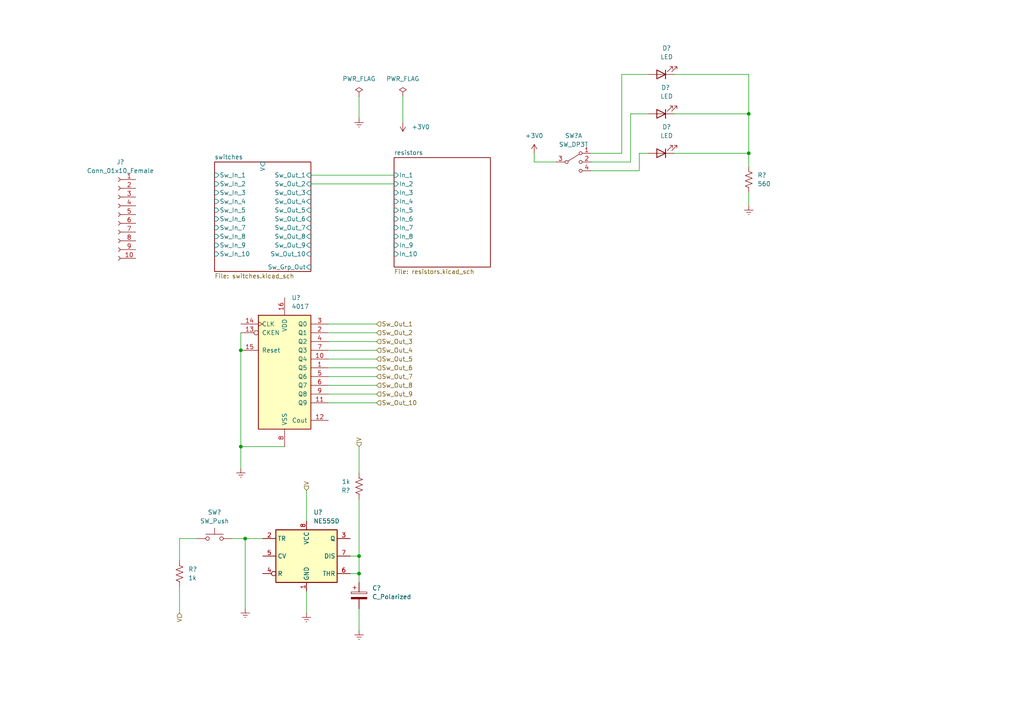
<source format=kicad_sch>
(kicad_sch (version 20211123) (generator eeschema)
  (paper "A4")
  (lib_symbols
    (symbol "4xxx:4017" (pin_names (offset 1.016))
      (property "Reference" "U" (at -7.62 16.51 0))
      (property "Value" "4017" (at -7.62 -19.05 0))
      (symbol "4017_1_0"
        (pin output line (at 12.7 0 180) (length 5.08) (name "Q5") (number "1"))
        (pin output line (at 12.7 2.54 180) (length 5.08) (name "Q4") (number "10"))
        (pin output line (at 12.7 -10.16 180) (length 5.08) (name "Q9") (number "11"))
        (pin output line (at 12.7 -15.24 180) (length 5.08) (name "Cout") (number "12"))
        (pin input inverted (at -12.7 10.16 0) (length 5.08) (name "CKEN") (number "13"))
        (pin input clock (at -12.7 12.7 0) (length 5.08) (name "CLK") (number "14"))
        (pin input line (at -12.7 5.08 0) (length 5.08) (name "Reset") (number "15"))
        (pin power_in line (at 0 20.32 270) (length 5.08) (name "VDD") (number "16"))
        (pin output line (at 12.7 10.16 180) (length 5.08) (name "Q1") (number "2"))
        (pin output line (at 12.7 12.7 180) (length 5.08) (name "Q0") (number "3"))
        (pin output line (at 12.7 7.62 180) (length 5.08) (name "Q2") (number "4"))
        (pin output line (at 12.7 -2.54 180) (length 5.08) (name "Q6") (number "5"))
        (pin output line (at 12.7 -5.08 180) (length 5.08) (name "Q7") (number "6"))
        (pin output line (at 12.7 5.08 180) (length 5.08) (name "Q3") (number "7"))
        (pin power_in line (at 0 -22.86 90) (length 5.08) (name "VSS") (number "8"))
        (pin output line (at 12.7 -7.62 180) (length 5.08) (name "Q8") (number "9"))
      )
      (symbol "4017_1_1"
        (rectangle (start -7.62 15.24) (end 7.62 -17.78) (stroke (width 0.254)) (fill (type background)))
      )
    )
    (symbol "Connector:Conn_01x10_Female" (pin_names (offset 1.016) hide)
      (property "Reference" "J" (at 0 12.7 0))
      (property "Value" "Conn_01x10_Female" (at 0 -15.24 0))
      (symbol "Conn_01x10_Female_1_1"
        (arc (start 0 -12.192) (mid -0.508 -12.7) (end 0 -13.208) (stroke (width 0.1524)))
        (arc (start 0 -9.652) (mid -0.508 -10.16) (end 0 -10.668) (stroke (width 0.1524)))
        (arc (start 0 -7.112) (mid -0.508 -7.62) (end 0 -8.128) (stroke (width 0.1524)))
        (arc (start 0 -4.572) (mid -0.508 -5.08) (end 0 -5.588) (stroke (width 0.1524)))
        (arc (start 0 -2.032) (mid -0.508 -2.54) (end 0 -3.048) (stroke (width 0.1524)))
        (polyline (pts (xy -1.27 -12.7) (xy -0.508 -12.7)) (stroke (width 0.1524)))
        (polyline (pts (xy -1.27 -10.16) (xy -0.508 -10.16)) (stroke (width 0.1524)))
        (polyline (pts (xy -1.27 -7.62) (xy -0.508 -7.62)) (stroke (width 0.1524)))
        (polyline (pts (xy -1.27 -5.08) (xy -0.508 -5.08)) (stroke (width 0.1524)))
        (polyline (pts (xy -1.27 -2.54) (xy -0.508 -2.54)) (stroke (width 0.1524)))
        (polyline (pts (xy -1.27 0) (xy -0.508 0)) (stroke (width 0.1524)))
        (polyline (pts (xy -1.27 2.54) (xy -0.508 2.54)) (stroke (width 0.1524)))
        (polyline (pts (xy -1.27 5.08) (xy -0.508 5.08)) (stroke (width 0.1524)))
        (polyline (pts (xy -1.27 7.62) (xy -0.508 7.62)) (stroke (width 0.1524)))
        (polyline (pts (xy -1.27 10.16) (xy -0.508 10.16)) (stroke (width 0.1524)))
        (arc (start 0 0.508) (mid -0.508 0) (end 0 -0.508) (stroke (width 0.1524)))
        (arc (start 0 3.048) (mid -0.508 2.54) (end 0 2.032) (stroke (width 0.1524)))
        (arc (start 0 5.588) (mid -0.508 5.08) (end 0 4.572) (stroke (width 0.1524)))
        (arc (start 0 8.128) (mid -0.508 7.62) (end 0 7.112) (stroke (width 0.1524)))
        (arc (start 0 10.668) (mid -0.508 10.16) (end 0 9.652) (stroke (width 0.1524)))
        (pin passive line (at -5.08 10.16 0) (length 3.81) (name "Pin_1") (number "1"))
        (pin passive line (at -5.08 -12.7 0) (length 3.81) (name "Pin_10") (number "10"))
        (pin passive line (at -5.08 7.62 0) (length 3.81) (name "Pin_2") (number "2"))
        (pin passive line (at -5.08 5.08 0) (length 3.81) (name "Pin_3") (number "3"))
        (pin passive line (at -5.08 2.54 0) (length 3.81) (name "Pin_4") (number "4"))
        (pin passive line (at -5.08 0 0) (length 3.81) (name "Pin_5") (number "5"))
        (pin passive line (at -5.08 -2.54 0) (length 3.81) (name "Pin_6") (number "6"))
        (pin passive line (at -5.08 -5.08 0) (length 3.81) (name "Pin_7") (number "7"))
        (pin passive line (at -5.08 -7.62 0) (length 3.81) (name "Pin_8") (number "8"))
        (pin passive line (at -5.08 -10.16 0) (length 3.81) (name "Pin_9") (number "9"))
      )
    )
    (symbol "Device:C_Polarized" (pin_numbers hide) (pin_names (offset 0.254))
      (property "Reference" "C" (at 0.635 2.54 0))
      (property "Value" "C_Polarized" (at 0.635 -2.54 0))
      (symbol "C_Polarized_0_1"
        (rectangle (start -2.286 0.508) (end 2.286 1.016))
        (polyline (pts (xy -1.778 2.286) (xy -0.762 2.286)))
        (polyline (pts (xy -1.27 2.794) (xy -1.27 1.778)))
        (rectangle (start 2.286 -0.508) (end -2.286 -1.016) (fill (type outline)))
      )
      (symbol "C_Polarized_1_1"
        (pin passive line (at 0 3.81 270) (length 2.794) (name "~") (number "1"))
        (pin passive line (at 0 -3.81 90) (length 2.794) (name "~") (number "2"))
      )
    )
    (symbol "Device:LED" (pin_numbers hide) (pin_names (offset 1.016) hide)
      (property "Reference" "D" (at 0 2.54 0))
      (property "Value" "LED" (at 0 -2.54 0))
      (symbol "LED_0_1"
        (polyline (pts (xy -1.27 -1.27) (xy -1.27 1.27)) (stroke (width 0.254)))
        (polyline (pts (xy -1.27 0) (xy 1.27 0)))
        (polyline (pts (xy 1.27 -1.27) (xy 1.27 1.27) (xy -1.27 0) (xy 1.27 -1.27)) (stroke (width 0.254)))
        (polyline (pts (xy -3.048 -0.762) (xy -4.572 -2.286) (xy -3.81 -2.286) (xy -4.572 -2.286) (xy -4.572 -1.524)))
        (polyline (pts (xy -1.778 -0.762) (xy -3.302 -2.286) (xy -2.54 -2.286) (xy -3.302 -2.286) (xy -3.302 -1.524)))
      )
      (symbol "LED_1_1"
        (pin passive line (at -3.81 0 0) (length 2.54) (name "K") (number "1"))
        (pin passive line (at 3.81 0 180) (length 2.54) (name "A") (number "2"))
      )
    )
    (symbol "Device:R_US" (pin_numbers hide) (pin_names (offset 0))
      (property "Reference" "R" (at 2.54 0 90))
      (property "Value" "R_US" (at -2.54 0 90))
      (symbol "R_US_0_1"
        (polyline (pts (xy 0 -2.286) (xy 0 -2.54)))
        (polyline (pts (xy 0 2.286) (xy 0 2.54)))
        (polyline (pts (xy 0 -0.762) (xy 1.016 -1.143) (xy 0 -1.524) (xy -1.016 -1.905) (xy 0 -2.286)))
        (polyline (pts (xy 0 0.762) (xy 1.016 0.381) (xy 0 0) (xy -1.016 -0.381) (xy 0 -0.762)))
        (polyline (pts (xy 0 2.286) (xy 1.016 1.905) (xy 0 1.524) (xy -1.016 1.143) (xy 0 0.762)))
      )
      (symbol "R_US_1_1"
        (pin passive line (at 0 3.81 270) (length 1.27) (name "~") (number "1"))
        (pin passive line (at 0 -3.81 90) (length 1.27) (name "~") (number "2"))
      )
    )
    (symbol "Switch:SW_DP3T" (pin_names (offset 0) hide)
      (property "Reference" "SW" (at 0 5.08 0))
      (property "Value" "SW_DP3T" (at 0 -5.08 0))
      (symbol "SW_DP3T_0_1"
        (circle (center -2.032 0) (radius 0.4572))
        (polyline (pts (xy -1.651 0.254) (xy 1.651 2.286)))
        (circle (center 2.032 -2.54) (radius 0.4572))
        (circle (center 2.032 0) (radius 0.4572))
        (circle (center 2.032 2.54) (radius 0.4572))
      )
      (symbol "SW_DP3T_1_1"
        (pin passive line (at 5.08 2.54 180) (length 2.54) (name "1") (number "1"))
        (pin passive line (at 5.08 0 180) (length 2.54) (name "2") (number "2"))
        (pin passive line (at -5.08 0 0) (length 2.54) (name "3") (number "3"))
        (pin passive line (at 5.08 -2.54 180) (length 2.54) (name "4") (number "4"))
      )
      (symbol "SW_DP3T_2_1"
        (pin passive line (at 5.08 2.54 180) (length 2.54) (name "5") (number "5"))
        (pin passive line (at 5.08 0 180) (length 2.54) (name "6") (number "6"))
        (pin passive line (at -5.08 0 0) (length 2.54) (name "7") (number "7"))
        (pin passive line (at 5.08 -2.54 180) (length 2.54) (name "8") (number "8"))
      )
    )
    (symbol "Switch:SW_Push" (pin_numbers hide) (pin_names (offset 1.016) hide)
      (property "Reference" "SW" (at 1.27 2.54 0))
      (property "Value" "SW_Push" (at 0 -1.524 0))
      (symbol "SW_Push_0_1"
        (circle (center -2.032 0) (radius 0.508))
        (polyline (pts (xy 0 1.27) (xy 0 3.048)))
        (polyline (pts (xy 2.54 1.27) (xy -2.54 1.27)))
        (circle (center 2.032 0) (radius 0.508))
        (pin passive line (at -5.08 0 0) (length 2.54) (name "1") (number "1"))
        (pin passive line (at 5.08 0 180) (length 2.54) (name "2") (number "2"))
      )
    )
    (symbol "Timer:NE555D"
      (property "Reference" "U" (at -10.16 8.89 0))
      (property "Value" "NE555D" (at 2.54 8.89 0))
      (symbol "NE555D_0_0"
        (pin power_in line (at 0 -10.16 90) (length 2.54) (name "GND") (number "1"))
        (pin power_in line (at 0 10.16 270) (length 2.54) (name "VCC") (number "8"))
      )
      (symbol "NE555D_0_1"
        (rectangle (start -8.89 -7.62) (end 8.89 7.62) (stroke (width 0.254)) (fill (type background)))
        (rectangle (start -8.89 -7.62) (end 8.89 7.62) (stroke (width 0.254)) (fill (type background)))
      )
      (symbol "NE555D_1_1"
        (pin input line (at -12.7 5.08 0) (length 3.81) (name "TR") (number "2"))
        (pin output line (at 12.7 5.08 180) (length 3.81) (name "Q") (number "3"))
        (pin input inverted (at -12.7 -5.08 0) (length 3.81) (name "R") (number "4"))
        (pin input line (at -12.7 0 0) (length 3.81) (name "CV") (number "5"))
        (pin input line (at 12.7 -5.08 180) (length 3.81) (name "THR") (number "6"))
        (pin input line (at 12.7 0 180) (length 3.81) (name "DIS") (number "7"))
      )
    )
    (symbol "power:+3V0" (power) (pin_names (offset 0))
      (property "Value" "+3V0" (at 0 3.556 0))
      (symbol "+3V0_0_1"
        (polyline (pts (xy -0.762 1.27) (xy 0 2.54)))
        (polyline (pts (xy 0 0) (xy 0 2.54)))
        (polyline (pts (xy 0 2.54) (xy 0.762 1.27)))
      )
      (symbol "+3V0_1_1"
        (pin power_in line (at 0 0 90) (length 0) hide (name "+3V0") (number "1"))
      )
    )
    (symbol "power:Earth" (power) (pin_names (offset 0))
      (symbol "Earth_0_1"
        (polyline (pts (xy -0.635 -1.905) (xy 0.635 -1.905)))
        (polyline (pts (xy -0.127 -2.54) (xy 0.127 -2.54)))
        (polyline (pts (xy 0 -1.27) (xy 0 0)))
        (polyline (pts (xy 1.27 -1.27) (xy -1.27 -1.27)))
      )
      (symbol "Earth_1_1"
        (pin power_in line (at 0 0 270) (length 0) hide (name "Earth") (number "1"))
      )
    )
    (symbol "power:PWR_FLAG" (power) (pin_numbers hide) (pin_names (offset 0) hide)
      (property "Value" "PWR_FLAG" (at 0 3.81 0))
      (symbol "PWR_FLAG_0_0"
        (pin power_out line (at 0 0 90) (length 0) (name "pwr") (number "1"))
      )
      (symbol "PWR_FLAG_0_1"
        (polyline (pts (xy 0 0) (xy 0 1.27) (xy -1.016 1.905) (xy 0 2.54) (xy 1.016 1.905) (xy 0 1.27)))
      )
    )
  )
  (junction (at 104.14 166.37))
  (junction (at 217.17 33.02))
  (junction (at 71.12 156.21))
  (junction (at 217.17 44.45))
  (junction (at 104.14 161.29))
  (junction (at 69.85 101.6))
  (junction (at 69.85 129.54))
  (wire (pts (xy 217.17 33.02) (xy 217.17 21.59)))
  (wire (pts (xy 195.58 21.59) (xy 217.17 21.59)))
  (wire (pts (xy 171.45 44.45) (xy 180.34 44.45)))
  (wire (pts (xy 195.58 44.45) (xy 217.17 44.45)))
  (wire (pts (xy 217.17 55.88) (xy 217.17 59.69)))
  (wire (pts (xy 95.25 116.84) (xy 109.22 116.84)))
  (wire (pts (xy 69.85 101.6) (xy 69.85 129.54)))
  (wire (pts (xy 95.25 93.98) (xy 109.22 93.98)))
  (wire (pts (xy 69.85 96.52) (xy 69.85 101.6)))
  (wire (pts (xy 104.14 176.53) (xy 104.14 182.88)))
  (wire (pts (xy 95.25 104.14) (xy 109.22 104.14)))
  (wire (pts (xy 95.25 101.6) (xy 109.22 101.6)))
  (wire (pts (xy 180.34 21.59) (xy 187.96 21.59)))
  (wire (pts (xy 67.31 156.21) (xy 71.12 156.21)))
  (wire (pts (xy 88.9 171.45) (xy 88.9 177.8)))
  (wire (pts (xy 104.14 166.37) (xy 101.6 166.37)))
  (wire (pts (xy 185.42 44.45) (xy 187.96 44.45)))
  (wire (pts (xy 217.17 44.45) (xy 217.17 33.02)))
  (wire (pts (xy 95.25 114.3) (xy 109.22 114.3)))
  (wire (pts (xy 217.17 44.45) (xy 217.17 48.26)))
  (wire (pts (xy 116.84 27.94) (xy 116.84 35.56)))
  (wire (pts (xy 104.14 27.94) (xy 104.14 34.29)))
  (wire (pts (xy 95.25 106.68) (xy 109.22 106.68)))
  (wire (pts (xy 52.07 162.56) (xy 52.07 156.21)))
  (wire (pts (xy 95.25 99.06) (xy 109.22 99.06)))
  (wire (pts (xy 52.07 170.18) (xy 52.07 177.8)))
  (wire (pts (xy 88.9 142.24) (xy 88.9 151.13)))
  (wire (pts (xy 104.14 161.29) (xy 104.14 166.37)))
  (wire (pts (xy 104.14 166.37) (xy 104.14 168.91)))
  (wire (pts (xy 185.42 49.53) (xy 185.42 44.45)))
  (wire (pts (xy 71.12 156.21) (xy 71.12 176.53)))
  (wire (pts (xy 52.07 156.21) (xy 57.15 156.21)))
  (wire (pts (xy 154.94 46.99) (xy 161.29 46.99)))
  (wire (pts (xy 71.12 156.21) (xy 76.2 156.21)))
  (wire (pts (xy 101.6 161.29) (xy 104.14 161.29)))
  (wire (pts (xy 171.45 46.99) (xy 182.88 46.99)))
  (wire (pts (xy 104.14 137.16) (xy 104.14 129.54)))
  (wire (pts (xy 195.58 33.02) (xy 217.17 33.02)))
  (wire (pts (xy 104.14 144.78) (xy 104.14 161.29)))
  (wire (pts (xy 69.85 129.54) (xy 82.55 129.54)))
  (wire (pts (xy 182.88 33.02) (xy 187.96 33.02)))
  (wire (pts (xy 180.34 44.45) (xy 180.34 21.59)))
  (wire (pts (xy 95.25 109.22) (xy 109.22 109.22)))
  (wire (pts (xy 154.94 44.45) (xy 154.94 46.99)))
  (wire (pts (xy 90.17 53.34) (xy 114.3 53.34)))
  (wire (pts (xy 95.25 111.76) (xy 109.22 111.76)))
  (wire (pts (xy 95.25 96.52) (xy 109.22 96.52)))
  (wire (pts (xy 69.85 129.54) (xy 69.85 135.89)))
  (wire (pts (xy 90.17 50.8) (xy 114.3 50.8)))
  (wire (pts (xy 182.88 46.99) (xy 182.88 33.02)))
  (wire (pts (xy 171.45 49.53) (xy 185.42 49.53)))
  (hierarchical_label "Sw_Out_9" (shape input) (at 109.22 114.3 0))
  (hierarchical_label "Sw_Out_3" (shape input) (at 109.22 99.06 0))
  (hierarchical_label "Sw_Out_2" (shape input) (at 109.22 96.52 0))
  (hierarchical_label "Sw_Out_1" (shape input) (at 109.22 93.98 0))
  (hierarchical_label "Sw_Out_6" (shape input) (at 109.22 106.68 0))
  (hierarchical_label "Sw_Out_10" (shape input) (at 109.22 116.84 0))
  (hierarchical_label "V" (shape input) (at 88.9 142.24 90))
  (hierarchical_label "Sw_Out_5" (shape input) (at 109.22 104.14 0))
  (hierarchical_label "V" (shape input) (at 52.07 177.8 270))
  (hierarchical_label "Sw_Out_4" (shape input) (at 109.22 101.6 0))
  (hierarchical_label "Sw_Out_7" (shape input) (at 109.22 109.22 0))
  (hierarchical_label "V" (shape input) (at 104.14 129.54 90))
  (hierarchical_label "Sw_Out_8" (shape input) (at 109.22 111.76 0))
  (symbol (lib_id "Timer:NE555D") (at 88.9 161.29 0) (unit 1)
    (property "Reference" "U?" (at 90.9194 148.59 0) (effects (justify left)))
    (property "Value" "NE555D" (at 90.9194 151.13 0) (effects (justify left)))
    (property "Footprint" "Package_SO:SOIC-8_3.9x4.9mm_P1.27mm" (effects hide))
    (property "Datasheet" "http://www.ti.com/lit/ds/symlink/ne555.pdf" (effects hide))
  )
  (symbol (lib_id "Device:LED") (at 191.77 44.45 180) (unit 1)
    (property "Reference" "D?" (at 193.3575 36.83 0))
    (property "Value" "LED" (at 193.3575 39.37 0))
  )
  (symbol (lib_id "power:Earth") (at 104.14 34.29 0) (unit 1)
    (property "Reference" "#PWR?" (effects hide))
    (property "Value" "Earth" (effects hide))
  )
  (symbol (lib_id "Switch:SW_DP3T") (at 166.37 46.99 0) (unit 1)
    (property "Reference" "SW?" (at 166.37 39.37 0))
    (property "Value" "SW_DP3T" (at 166.37 41.91 0))
  )
  (symbol (lib_id "Device:R_US") (at 217.17 52.07 180) (unit 1)
    (property "Reference" "R?" (at 219.71 50.7999 0) (effects (justify right)))
    (property "Value" "560" (at 219.71 53.3399 0) (effects (justify right)))
  )
  (symbol (lib_id "Switch:SW_Push") (at 62.23 156.21 0) (unit 1)
    (property "Reference" "SW?" (at 62.23 148.59 0))
    (property "Value" "SW_Push" (at 62.23 151.13 0))
  )
  (symbol (lib_id "power:Earth") (at 217.17 59.69 0) (unit 1)
    (property "Reference" "#PWR?" (effects hide))
    (property "Value" "Earth" (effects hide))
  )
  (symbol (lib_id "power:Earth") (at 104.14 182.88 0) (unit 1)
    (property "Reference" "#PWR?" (effects hide))
    (property "Value" "Earth" (effects hide))
  )
  (symbol (lib_id "Device:C_Polarized") (at 104.14 172.72 0) (unit 1)
    (property "Reference" "C?" (at 107.95 170.5609 0) (effects (justify left)))
    (property "Value" "C_Polarized" (at 107.95 173.1009 0) (effects (justify left)))
  )
  (symbol (lib_id "power:+3V0") (at 116.84 35.56 180) (unit 1)
    (property "Reference" "#PWR?" (effects hide))
    (property "Value" "+3V0" (at 119.38 36.8299 0) (effects (justify right)))
  )
  (symbol (lib_id "4xxx:4017") (at 82.55 106.68 0) (unit 1)
    (property "Reference" "U?" (at 84.5694 86.36 0) (effects (justify left)))
    (property "Value" "4017" (at 84.5694 88.9 0) (effects (justify left)))
    (property "Datasheet" "http://www.intersil.com/content/dam/Intersil/documents/cd40/cd4017bms-22bms.pdf" (effects hide))
  )
  (symbol (lib_id "Device:R_US") (at 104.14 140.97 180) (unit 1)
    (property "Reference" "R?" (at 101.6 142.2401 0) (effects (justify left)))
    (property "Value" "1k" (at 101.6 139.7001 0) (effects (justify left)))
  )
  (symbol (lib_id "Connector:Conn_01x10_Female") (at 34.29 62.23 0) (mirror y) (unit 1)
    (property "Reference" "J?" (at 34.925 46.99 0))
    (property "Value" "Conn_01x10_Female" (at 34.925 49.53 0))
  )
  (symbol (lib_id "Device:R_US") (at 52.07 166.37 0) (unit 1)
    (property "Reference" "R?" (at 54.61 165.0999 0) (effects (justify left)))
    (property "Value" "1k" (at 54.61 167.6399 0) (effects (justify left)))
  )
  (symbol (lib_id "power:+3V0") (at 154.94 44.45 0) (unit 1)
    (property "Reference" "#PWR?" (effects hide))
    (property "Value" "+3V0" (at 154.94 39.37 0))
  )
  (symbol (lib_id "Device:LED") (at 191.77 33.02 180) (unit 1)
    (property "Reference" "D?" (at 193.04 25.4 0))
    (property "Value" "LED" (at 193.3575 27.94 0))
  )
  (symbol (lib_id "power:Earth") (at 69.85 135.89 0) (unit 1)
    (property "Reference" "#PWR?" (effects hide))
    (property "Value" "Earth" (effects hide))
  )
  (symbol (lib_id "Device:LED") (at 191.77 21.59 180) (unit 1)
    (property "Reference" "D?" (at 193.3575 13.97 0))
    (property "Value" "LED" (at 193.3575 16.51 0))
  )
  (symbol (lib_id "power:PWR_FLAG") (at 104.14 27.94 0) (unit 1)
    (property "Reference" "#FLG?" (effects hide))
    (property "Value" "PWR_FLAG" (at 104.14 22.86 0))
  )
  (symbol (lib_id "power:Earth") (at 71.12 176.53 0) (unit 1)
    (property "Reference" "#PWR?" (effects hide))
    (property "Value" "Earth" (effects hide))
  )
  (symbol (lib_id "power:PWR_FLAG") (at 116.84 27.94 0) (unit 1)
    (property "Reference" "#FLG?" (effects hide))
    (property "Value" "PWR_FLAG" (at 116.84 22.86 0))
  )
  (symbol (lib_id "power:Earth") (at 88.9 177.8 0) (unit 1)
    (property "Reference" "#PWR?" (effects hide))
    (property "Value" "Earth" (effects hide))
  )
  (sheet (at 62.23 46.99) (size 27.94 31.75) (stroke (width 0.1524))
    (property "Sheet name" "switches" (at 62.23 46.2784 0) (effects (justify left bottom)))
    (property "Sheet file" "switches.kicad_sch" (at 62.23 79.3246 0) (effects (justify left top)))
    (pin "Sw_In_1" input (at 62.23 50.8 180))
    (pin "V" input (at 76.2 46.99 90))
    (pin "Sw_Out_1" input (at 90.17 50.8 0))
    (pin "Sw_In_2" input (at 62.23 53.34 180))
    (pin "Sw_Out_2" input (at 90.17 53.34 0))
    (pin "Sw_In_9" input (at 62.23 71.12 180))
    (pin "Sw_In_8" input (at 62.23 68.58 180))
    (pin "Sw_In_10" input (at 62.23 73.66 180))
    (pin "Sw_In_3" input (at 62.23 55.88 180))
    (pin "Sw_Out_5" input (at 90.17 60.96 0))
    (pin "Sw_Out_3" input (at 90.17 55.88 0))
    (pin "Sw_Out_4" input (at 90.17 58.42 0))
    (pin "Sw_In_5" input (at 62.23 60.96 180))
    (pin "Sw_In_4" input (at 62.23 58.42 180))
    (pin "Sw_Out_6" input (at 90.17 63.5 0))
    (pin "Sw_In_6" input (at 62.23 63.5 180))
    (pin "Sw_In_7" input (at 62.23 66.04 180))
    (pin "Sw_Out_7" input (at 90.17 66.04 0))
    (pin "Sw_Out_10" input (at 90.17 73.66 0))
    (pin "Sw_Out_9" input (at 90.17 71.12 0))
    (pin "Sw_Out_8" input (at 90.17 68.58 0))
    (pin "Sw_Grp_Out" input (at 90.17 77.47 0))
  )
  (sheet (at 114.3 45.72) (size 27.94 31.75) (stroke (width 0.1524))
    (property "Sheet name" "resistors" (at 114.3 45.0084 0) (effects (justify left bottom)))
    (property "Sheet file" "resistors.kicad_sch" (at 114.3 78.0546 0) (effects (justify left top)))
    (pin "In_9" input (at 114.3 71.12 180))
    (pin "In_6" input (at 114.3 63.5 180))
    (pin "In_7" input (at 114.3 66.04 180))
    (pin "In_8" input (at 114.3 68.58 180))
    (pin "In_10" input (at 114.3 73.66 180))
    (pin "In_4" input (at 114.3 58.42 180))
    (pin "In_1" input (at 114.3 50.8 180))
    (pin "In_3" input (at 114.3 55.88 180))
    (pin "In_2" input (at 114.3 53.34 180))
    (pin "In_5" input (at 114.3 60.96 180))
  )
)
</source>
